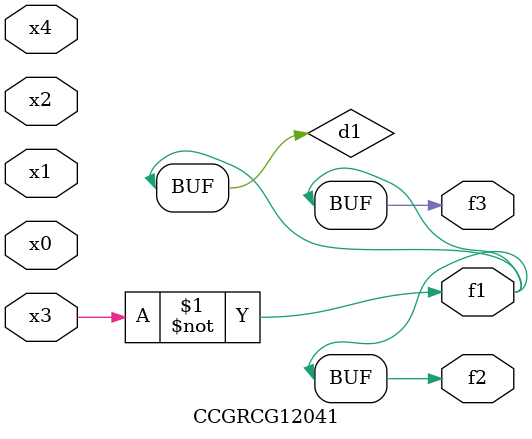
<source format=v>
module CCGRCG12041(
	input x0, x1, x2, x3, x4,
	output f1, f2, f3
);

	wire d1, d2;

	xnor (d1, x3);
	not (d2, x1);
	assign f1 = d1;
	assign f2 = d1;
	assign f3 = d1;
endmodule

</source>
